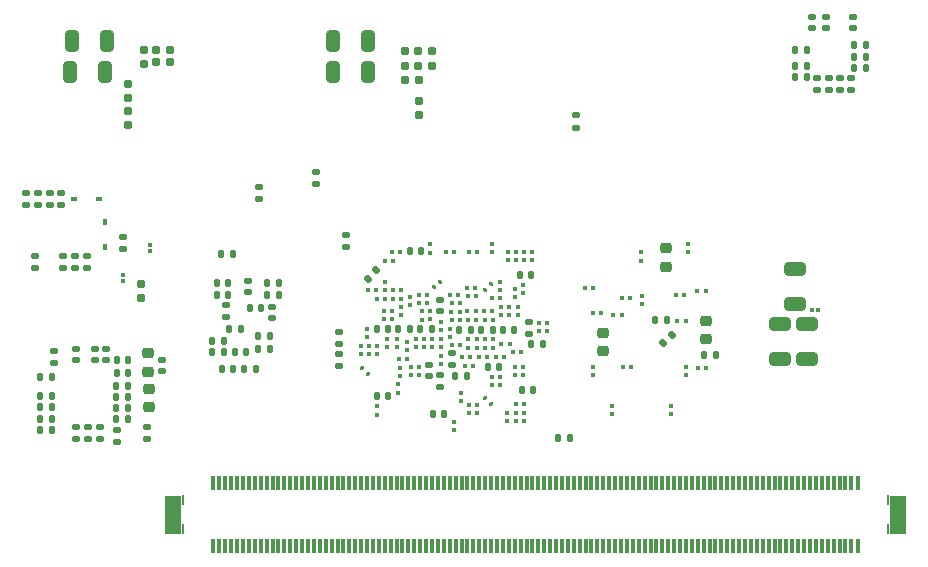
<source format=gbr>
%TF.GenerationSoftware,KiCad,Pcbnew,7.99.0-2419-g7f14b70ac3*%
%TF.CreationDate,2023-09-02T02:09:12+02:00*%
%TF.ProjectId,DQBSC,44514253-432e-46b6-9963-61645f706362,rev?*%
%TF.SameCoordinates,Original*%
%TF.FileFunction,Paste,Bot*%
%TF.FilePolarity,Positive*%
%FSLAX46Y46*%
G04 Gerber Fmt 4.6, Leading zero omitted, Abs format (unit mm)*
G04 Created by KiCad (PCBNEW 7.99.0-2419-g7f14b70ac3) date 2023-09-02 02:09:12*
%MOMM*%
%LPD*%
G01*
G04 APERTURE LIST*
G04 Aperture macros list*
%AMRoundRect*
0 Rectangle with rounded corners*
0 $1 Rounding radius*
0 $2 $3 $4 $5 $6 $7 $8 $9 X,Y pos of 4 corners*
0 Add a 4 corners polygon primitive as box body*
4,1,4,$2,$3,$4,$5,$6,$7,$8,$9,$2,$3,0*
0 Add four circle primitives for the rounded corners*
1,1,$1+$1,$2,$3*
1,1,$1+$1,$4,$5*
1,1,$1+$1,$6,$7*
1,1,$1+$1,$8,$9*
0 Add four rect primitives between the rounded corners*
20,1,$1+$1,$2,$3,$4,$5,0*
20,1,$1+$1,$4,$5,$6,$7,0*
20,1,$1+$1,$6,$7,$8,$9,0*
20,1,$1+$1,$8,$9,$2,$3,0*%
G04 Aperture macros list end*
%ADD10RoundRect,0.140000X-0.170000X0.140000X-0.170000X-0.140000X0.170000X-0.140000X0.170000X0.140000X0*%
%ADD11RoundRect,0.135000X-0.135000X-0.185000X0.135000X-0.185000X0.135000X0.185000X-0.135000X0.185000X0*%
%ADD12RoundRect,0.079500X0.079500X0.100500X-0.079500X0.100500X-0.079500X-0.100500X0.079500X-0.100500X0*%
%ADD13RoundRect,0.135000X-0.185000X0.135000X-0.185000X-0.135000X0.185000X-0.135000X0.185000X0.135000X0*%
%ADD14RoundRect,0.160000X-0.197500X-0.160000X0.197500X-0.160000X0.197500X0.160000X-0.197500X0.160000X0*%
%ADD15RoundRect,0.140000X0.140000X0.170000X-0.140000X0.170000X-0.140000X-0.170000X0.140000X-0.170000X0*%
%ADD16RoundRect,0.160000X0.197500X0.160000X-0.197500X0.160000X-0.197500X-0.160000X0.197500X-0.160000X0*%
%ADD17RoundRect,0.079500X0.100500X-0.079500X0.100500X0.079500X-0.100500X0.079500X-0.100500X-0.079500X0*%
%ADD18RoundRect,0.135000X0.135000X0.185000X-0.135000X0.185000X-0.135000X-0.185000X0.135000X-0.185000X0*%
%ADD19RoundRect,0.140000X-0.140000X-0.170000X0.140000X-0.170000X0.140000X0.170000X-0.140000X0.170000X0*%
%ADD20R,1.400000X3.300000*%
%ADD21R,0.250000X0.850000*%
%ADD22R,0.450000X1.200000*%
%ADD23R,0.300000X1.200000*%
%ADD24RoundRect,0.079500X-0.100500X0.079500X-0.100500X-0.079500X0.100500X-0.079500X0.100500X0.079500X0*%
%ADD25RoundRect,0.079500X-0.079500X-0.100500X0.079500X-0.100500X0.079500X0.100500X-0.079500X0.100500X0*%
%ADD26R,0.320000X0.360000*%
%ADD27RoundRect,0.135000X0.185000X-0.135000X0.185000X0.135000X-0.185000X0.135000X-0.185000X-0.135000X0*%
%ADD28RoundRect,0.140000X0.170000X-0.140000X0.170000X0.140000X-0.170000X0.140000X-0.170000X-0.140000X0*%
%ADD29RoundRect,0.225000X-0.250000X0.225000X-0.250000X-0.225000X0.250000X-0.225000X0.250000X0.225000X0*%
%ADD30RoundRect,0.250000X0.325000X0.650000X-0.325000X0.650000X-0.325000X-0.650000X0.325000X-0.650000X0*%
%ADD31RoundRect,0.160000X-0.160000X0.197500X-0.160000X-0.197500X0.160000X-0.197500X0.160000X0.197500X0*%
%ADD32RoundRect,0.218750X-0.256250X0.218750X-0.256250X-0.218750X0.256250X-0.218750X0.256250X0.218750X0*%
%ADD33RoundRect,0.160000X0.160000X-0.197500X0.160000X0.197500X-0.160000X0.197500X-0.160000X-0.197500X0*%
%ADD34RoundRect,0.250000X0.650000X-0.325000X0.650000X0.325000X-0.650000X0.325000X-0.650000X-0.325000X0*%
%ADD35RoundRect,0.079500X0.014849X-0.127279X0.127279X-0.014849X-0.014849X0.127279X-0.127279X0.014849X0*%
%ADD36R,0.600000X0.450000*%
%ADD37RoundRect,0.250000X-0.650000X0.325000X-0.650000X-0.325000X0.650000X-0.325000X0.650000X0.325000X0*%
%ADD38RoundRect,0.225000X0.250000X-0.225000X0.250000X0.225000X-0.250000X0.225000X-0.250000X-0.225000X0*%
%ADD39RoundRect,0.079500X-0.127279X-0.014849X-0.014849X-0.127279X0.127279X0.014849X0.014849X0.127279X0*%
%ADD40RoundRect,0.135000X0.035355X-0.226274X0.226274X-0.035355X-0.035355X0.226274X-0.226274X0.035355X0*%
%ADD41R,0.450000X0.600000*%
%ADD42R,0.360000X0.320000*%
%ADD43RoundRect,0.079500X0.127279X0.014849X0.014849X0.127279X-0.127279X-0.014849X-0.014849X-0.127279X0*%
G04 APERTURE END LIST*
D10*
%TO.C,C104*%
X93893000Y-113869200D03*
X93893000Y-114829200D03*
%TD*%
D11*
%TO.C,R17*%
X80159481Y-107961014D03*
X81179481Y-107961014D03*
%TD*%
D12*
%TO.C,C178*%
X97938495Y-112433020D03*
X97248495Y-112433020D03*
%TD*%
D13*
%TO.C,R9*%
X86320000Y-111080400D03*
X86320000Y-112100400D03*
%TD*%
D14*
%TO.C,R20*%
X70816000Y-88226000D03*
X72011000Y-88226000D03*
%TD*%
D15*
%TO.C,C261*%
X125873462Y-88557528D03*
X124913462Y-88557528D03*
%TD*%
D16*
%TO.C,R35*%
X93041000Y-89750000D03*
X91846000Y-89750000D03*
%TD*%
D17*
%TO.C,C347*%
X101258715Y-104968790D03*
X101258715Y-104278790D03*
%TD*%
D18*
%TO.C,R18*%
X79260000Y-114225000D03*
X78240000Y-114225000D03*
%TD*%
D19*
%TO.C,C185*%
X77445000Y-112825000D03*
X78405000Y-112825000D03*
%TD*%
D12*
%TO.C,C172*%
X99936205Y-115569920D03*
X99246205Y-115569920D03*
%TD*%
D10*
%TO.C,C266*%
X129643462Y-89627528D03*
X129643462Y-90587528D03*
%TD*%
D13*
%TO.C,R62*%
X84352481Y-97545014D03*
X84352481Y-98565014D03*
%TD*%
D17*
%TO.C,C131*%
X92068000Y-112644200D03*
X92068000Y-111954200D03*
%TD*%
%TO.C,C175*%
X99921405Y-107519585D03*
X99921405Y-106829585D03*
%TD*%
D20*
%TO.C,J1*%
X133615481Y-126545014D03*
D21*
X132790481Y-125320014D03*
X132790481Y-127770014D03*
D20*
X72215481Y-126545014D03*
D21*
X73040481Y-125320014D03*
X73040481Y-127770014D03*
D22*
X75590481Y-123845014D03*
D23*
X76165481Y-123845014D03*
X76665481Y-123845014D03*
X77165481Y-123845014D03*
X77665481Y-123845014D03*
X78165481Y-123845014D03*
X78665481Y-123845014D03*
X79165481Y-123845014D03*
X79665481Y-123845014D03*
X80165481Y-123845014D03*
X80665481Y-123845014D03*
X81165481Y-123845014D03*
X81665481Y-123845014D03*
X82165481Y-123845014D03*
X82665481Y-123845014D03*
X83165481Y-123845014D03*
X83665481Y-123845014D03*
X84165481Y-123845014D03*
X84665481Y-123845014D03*
X85165481Y-123845014D03*
X85665481Y-123845014D03*
X86165481Y-123845014D03*
X86665481Y-123845014D03*
X87165481Y-123845014D03*
X87665481Y-123845014D03*
X88165481Y-123845014D03*
X88665481Y-123845014D03*
X89165481Y-123845014D03*
X89665481Y-123845014D03*
X90165481Y-123845014D03*
X90665481Y-123845014D03*
X91165481Y-123845014D03*
X91665481Y-123845014D03*
X92165481Y-123845014D03*
X92665481Y-123845014D03*
X93165481Y-123845014D03*
X93665481Y-123845014D03*
X94165481Y-123845014D03*
X94665481Y-123845014D03*
X95165481Y-123845014D03*
X95665481Y-123845014D03*
X96165481Y-123845014D03*
X96665481Y-123845014D03*
X97165481Y-123845014D03*
X97665481Y-123845014D03*
X98165481Y-123845014D03*
X98665481Y-123845014D03*
X99165481Y-123845014D03*
X99665481Y-123845014D03*
X100165481Y-123845014D03*
X100665481Y-123845014D03*
X101165481Y-123845014D03*
X101665481Y-123845014D03*
X102165481Y-123845014D03*
X102665481Y-123845014D03*
X103165481Y-123845014D03*
X103665481Y-123845014D03*
X104165481Y-123845014D03*
X104665481Y-123845014D03*
X105165481Y-123845014D03*
X105665481Y-123845014D03*
X106165481Y-123845014D03*
X106665481Y-123845014D03*
X107165481Y-123845014D03*
X107665481Y-123845014D03*
X108165481Y-123845014D03*
X108665481Y-123845014D03*
X109165481Y-123845014D03*
X109665481Y-123845014D03*
X110165481Y-123845014D03*
X110665481Y-123845014D03*
X111165481Y-123845014D03*
X111665481Y-123845014D03*
X112165481Y-123845014D03*
X112665481Y-123845014D03*
X113165481Y-123845014D03*
X113665481Y-123845014D03*
X114165481Y-123845014D03*
X114665481Y-123845014D03*
X115165481Y-123845014D03*
X115665481Y-123845014D03*
X116165481Y-123845014D03*
X116665481Y-123845014D03*
X117165481Y-123845014D03*
X117665481Y-123845014D03*
X118165481Y-123845014D03*
X118665481Y-123845014D03*
X119165481Y-123845014D03*
X119665481Y-123845014D03*
X120165481Y-123845014D03*
X120665481Y-123845014D03*
X121165481Y-123845014D03*
X121665481Y-123845014D03*
X122165481Y-123845014D03*
X122665481Y-123845014D03*
X123165481Y-123845014D03*
X123665481Y-123845014D03*
X124165481Y-123845014D03*
X124665481Y-123845014D03*
X125165481Y-123845014D03*
X125665481Y-123845014D03*
X126165481Y-123845014D03*
X126665481Y-123845014D03*
X127165481Y-123845014D03*
X127665481Y-123845014D03*
X128165481Y-123845014D03*
X128665481Y-123845014D03*
X129165481Y-123845014D03*
X129665481Y-123845014D03*
D22*
X130240481Y-123845014D03*
X75590481Y-129245014D03*
D23*
X76165481Y-129245014D03*
X76665481Y-129245014D03*
X77165481Y-129245014D03*
X77665481Y-129245014D03*
X78165481Y-129245014D03*
X78665481Y-129245014D03*
X79165481Y-129245014D03*
X79665481Y-129245014D03*
X80165481Y-129245014D03*
X80665481Y-129245014D03*
X81165481Y-129245014D03*
X81665481Y-129245014D03*
X82165481Y-129245014D03*
X82665481Y-129245014D03*
X83165481Y-129245014D03*
X83665481Y-129245014D03*
X84165481Y-129245014D03*
X84665481Y-129245014D03*
X85165481Y-129245014D03*
X85665481Y-129245014D03*
X86165481Y-129245014D03*
X86665481Y-129245014D03*
X87165481Y-129245014D03*
X87665481Y-129245014D03*
X88165481Y-129245014D03*
X88665481Y-129245014D03*
X89165481Y-129245014D03*
X89665481Y-129245014D03*
X90165481Y-129245014D03*
X90665481Y-129245014D03*
X91165481Y-129245014D03*
X91665481Y-129245014D03*
X92165481Y-129245014D03*
X92665481Y-129245014D03*
X93165481Y-129245014D03*
X93665481Y-129245014D03*
X94165481Y-129245014D03*
X94665481Y-129245014D03*
X95165481Y-129245014D03*
X95665481Y-129245014D03*
X96165481Y-129245014D03*
X96665481Y-129245014D03*
X97165481Y-129245014D03*
X97665481Y-129245014D03*
X98165481Y-129245014D03*
X98665481Y-129245014D03*
X99165481Y-129245014D03*
X99665481Y-129245014D03*
X100165481Y-129245014D03*
X100665481Y-129245014D03*
X101165481Y-129245014D03*
X101665481Y-129245014D03*
X102165481Y-129245014D03*
X102665481Y-129245014D03*
X103165481Y-129245014D03*
X103665481Y-129245014D03*
X104165481Y-129245014D03*
X104665481Y-129245014D03*
X105165481Y-129245014D03*
X105665481Y-129245014D03*
X106165481Y-129245014D03*
X106665481Y-129245014D03*
X107165481Y-129245014D03*
X107665481Y-129245014D03*
X108165481Y-129245014D03*
X108665481Y-129245014D03*
X109165481Y-129245014D03*
X109665481Y-129245014D03*
X110165481Y-129245014D03*
X110665481Y-129245014D03*
X111165481Y-129245014D03*
X111665481Y-129245014D03*
X112165481Y-129245014D03*
X112665481Y-129245014D03*
X113165481Y-129245014D03*
X113665481Y-129245014D03*
X114165481Y-129245014D03*
X114665481Y-129245014D03*
X115165481Y-129245014D03*
X115665481Y-129245014D03*
X116165481Y-129245014D03*
X116665481Y-129245014D03*
X117165481Y-129245014D03*
X117665481Y-129245014D03*
X118165481Y-129245014D03*
X118665481Y-129245014D03*
X119165481Y-129245014D03*
X119665481Y-129245014D03*
X120165481Y-129245014D03*
X120665481Y-129245014D03*
X121165481Y-129245014D03*
X121665481Y-129245014D03*
X122165481Y-129245014D03*
X122665481Y-129245014D03*
X123165481Y-129245014D03*
X123665481Y-129245014D03*
X124165481Y-129245014D03*
X124665481Y-129245014D03*
X125165481Y-129245014D03*
X125665481Y-129245014D03*
X126165481Y-129245014D03*
X126665481Y-129245014D03*
X127165481Y-129245014D03*
X127665481Y-129245014D03*
X128165481Y-129245014D03*
X128665481Y-129245014D03*
X129165481Y-129245014D03*
X129665481Y-129245014D03*
D22*
X130240481Y-129245014D03*
%TD*%
D17*
%TO.C,C206*%
X101167910Y-108163475D03*
X101167910Y-107473475D03*
%TD*%
D13*
%TO.C,R3*%
X86920000Y-102845400D03*
X86920000Y-103865400D03*
%TD*%
D15*
%TO.C,C310*%
X68395481Y-115645014D03*
X67435481Y-115645014D03*
%TD*%
D24*
%TO.C,C169*%
X93068000Y-114079200D03*
X93068000Y-114769200D03*
%TD*%
D25*
%TO.C,C246*%
X95830921Y-110113683D03*
X96520921Y-110113683D03*
%TD*%
D12*
%TO.C,C366*%
X91560481Y-107545014D03*
X90870481Y-107545014D03*
%TD*%
D26*
%TO.C,C357*%
X68015481Y-106245014D03*
X68015481Y-106805014D03*
%TD*%
D12*
%TO.C,C173*%
X100720430Y-108982430D03*
X100030430Y-108982430D03*
%TD*%
D27*
%TO.C,R47*%
X66043462Y-120180028D03*
X66043462Y-119160028D03*
%TD*%
%TO.C,R76*%
X60565481Y-105653614D03*
X60565481Y-104633614D03*
%TD*%
D28*
%TO.C,C268*%
X129793462Y-85350028D03*
X129793462Y-84390028D03*
%TD*%
D25*
%TO.C,C352*%
X90150481Y-105045014D03*
X90840481Y-105045014D03*
%TD*%
%TO.C,C207*%
X101260425Y-117212665D03*
X101950425Y-117212665D03*
%TD*%
D19*
%TO.C,C339*%
X61010481Y-114920014D03*
X61970481Y-114920014D03*
%TD*%
D12*
%TO.C,C201*%
X101851365Y-114026235D03*
X101161365Y-114026235D03*
%TD*%
D29*
%TO.C,C302*%
X108637513Y-111151881D03*
X108637513Y-112701881D03*
%TD*%
D25*
%TO.C,C362*%
X89470481Y-108295014D03*
X90160481Y-108295014D03*
%TD*%
D17*
%TO.C,C348*%
X100557040Y-104968790D03*
X100557040Y-104278790D03*
%TD*%
%TO.C,C181*%
X94191800Y-112387632D03*
X94191800Y-111697632D03*
%TD*%
%TO.C,C296*%
X111883000Y-105049200D03*
X111883000Y-104359200D03*
%TD*%
%TO.C,C297*%
X114373000Y-118059200D03*
X114373000Y-117369200D03*
%TD*%
%TO.C,C249*%
X94903000Y-112390109D03*
X94903000Y-111700109D03*
%TD*%
D24*
%TO.C,C367*%
X96015481Y-118675014D03*
X96015481Y-119365014D03*
%TD*%
D17*
%TO.C,C338*%
X91190481Y-112370014D03*
X91190481Y-111680014D03*
%TD*%
D18*
%TO.C,R83*%
X78005000Y-110830400D03*
X76985000Y-110830400D03*
%TD*%
D12*
%TO.C,C91*%
X96514301Y-112193369D03*
X95824301Y-112193369D03*
%TD*%
D28*
%TO.C,C84*%
X94812400Y-109327600D03*
X94812400Y-108367600D03*
%TD*%
D30*
%TO.C,C11*%
X88720000Y-86455400D03*
X85770000Y-86455400D03*
%TD*%
D15*
%TO.C,C110*%
X102547705Y-106274790D03*
X101587705Y-106274790D03*
%TD*%
D30*
%TO.C,C76*%
X88720000Y-89055400D03*
X85770000Y-89055400D03*
%TD*%
D12*
%TO.C,C174*%
X99944460Y-114868245D03*
X99254460Y-114868245D03*
%TD*%
D24*
%TO.C,C365*%
X88115481Y-112275014D03*
X88115481Y-112965014D03*
%TD*%
D12*
%TO.C,C89*%
X90787030Y-109295290D03*
X90097030Y-109295290D03*
%TD*%
D25*
%TO.C,C114*%
X95675481Y-107970014D03*
X96365481Y-107970014D03*
%TD*%
D19*
%TO.C,C245*%
X78720000Y-109025000D03*
X79680000Y-109025000D03*
%TD*%
D17*
%TO.C,C203*%
X101952135Y-104977045D03*
X101952135Y-104287045D03*
%TD*%
D12*
%TO.C,C176*%
X99919695Y-108255990D03*
X99229695Y-108255990D03*
%TD*%
%TO.C,C170*%
X97888965Y-110047325D03*
X97198965Y-110047325D03*
%TD*%
D10*
%TO.C,C189*%
X76700000Y-108845000D03*
X76700000Y-109805000D03*
%TD*%
D12*
%TO.C,C132*%
X92063000Y-113374200D03*
X91373000Y-113374200D03*
%TD*%
D24*
%TO.C,C200*%
X101250460Y-117932560D03*
X101250460Y-118622560D03*
%TD*%
D12*
%TO.C,C346*%
X100720430Y-109684105D03*
X100030430Y-109684105D03*
%TD*%
D10*
%TO.C,C263*%
X126793462Y-89627528D03*
X126793462Y-90587528D03*
%TD*%
D28*
%TO.C,C97*%
X95894089Y-113851184D03*
X95894089Y-112891184D03*
%TD*%
D24*
%TO.C,C248*%
X92769400Y-111699400D03*
X92769400Y-112389400D03*
%TD*%
D15*
%TO.C,C262*%
X125873462Y-89507528D03*
X124913462Y-89507528D03*
%TD*%
D17*
%TO.C,C337*%
X90390481Y-112340014D03*
X90390481Y-111650014D03*
%TD*%
D31*
%TO.C,C354*%
X69525481Y-107012514D03*
X69525481Y-108207514D03*
%TD*%
D11*
%TO.C,R16*%
X79440000Y-112525000D03*
X80460000Y-112525000D03*
%TD*%
D24*
%TO.C,C94*%
X91535800Y-108979800D03*
X91535800Y-109669800D03*
%TD*%
D32*
%TO.C,FB4*%
X70095481Y-112887514D03*
X70095481Y-114462514D03*
%TD*%
D33*
%TO.C,R21*%
X68395000Y-93605400D03*
X68395000Y-92410400D03*
%TD*%
D19*
%TO.C,C188*%
X79450000Y-111425000D03*
X80410000Y-111425000D03*
%TD*%
D30*
%TO.C,C72*%
X66620000Y-86455400D03*
X63670000Y-86455400D03*
%TD*%
D28*
%TO.C,C258*%
X127493462Y-85350028D03*
X127493462Y-84390028D03*
%TD*%
D26*
%TO.C,C358*%
X70290481Y-103690014D03*
X70290481Y-104250014D03*
%TD*%
D15*
%TO.C,C332*%
X68445481Y-113445014D03*
X67485481Y-113445014D03*
%TD*%
D34*
%TO.C,C55*%
X125893462Y-113345028D03*
X125893462Y-110395028D03*
%TD*%
D25*
%TO.C,C215*%
X97109000Y-107369000D03*
X97799000Y-107369000D03*
%TD*%
D24*
%TO.C,C124*%
X91265481Y-115525014D03*
X91265481Y-116215014D03*
%TD*%
D10*
%TO.C,C329*%
X70065481Y-119160014D03*
X70065481Y-120120014D03*
%TD*%
D19*
%TO.C,C269*%
X129913462Y-88707528D03*
X130873462Y-88707528D03*
%TD*%
D14*
%TO.C,R33*%
X92951500Y-88569500D03*
X94146500Y-88569500D03*
%TD*%
D17*
%TO.C,C298*%
X109383000Y-118049200D03*
X109383000Y-117359200D03*
%TD*%
D19*
%TO.C,C334*%
X61010481Y-118445014D03*
X61970481Y-118445014D03*
%TD*%
D15*
%TO.C,C86*%
X92273683Y-110847139D03*
X91313683Y-110847139D03*
%TD*%
D24*
%TO.C,C364*%
X89515481Y-112250014D03*
X89515481Y-112940014D03*
%TD*%
D14*
%TO.C,C59*%
X70816000Y-87226000D03*
X72011000Y-87226000D03*
%TD*%
D25*
%TO.C,C305*%
X110348000Y-114094200D03*
X111038000Y-114094200D03*
%TD*%
D19*
%TO.C,C139*%
X92260481Y-104245014D03*
X93220481Y-104245014D03*
%TD*%
D15*
%TO.C,C326*%
X68445481Y-114545014D03*
X67485481Y-114545014D03*
%TD*%
D35*
%TO.C,C134*%
X94321529Y-107313966D03*
X94809433Y-106826062D03*
%TD*%
D24*
%TO.C,C257*%
X95684181Y-110815157D03*
X95684181Y-111505157D03*
%TD*%
D17*
%TO.C,C100*%
X94953800Y-113811800D03*
X94953800Y-113121800D03*
%TD*%
D12*
%TO.C,C179*%
X99317080Y-111698325D03*
X98627080Y-111698325D03*
%TD*%
D28*
%TO.C,C343*%
X64015481Y-120130028D03*
X64015481Y-119170028D03*
%TD*%
D10*
%TO.C,C331*%
X65590481Y-112515014D03*
X65590481Y-113475014D03*
%TD*%
D25*
%TO.C,C320*%
X98610570Y-110063835D03*
X99300570Y-110063835D03*
%TD*%
D19*
%TO.C,C105*%
X98326980Y-110881080D03*
X99286980Y-110881080D03*
%TD*%
D17*
%TO.C,C209*%
X102662065Y-104977045D03*
X102662065Y-104287045D03*
%TD*%
D13*
%TO.C,R8*%
X67964600Y-103023600D03*
X67964600Y-104043600D03*
%TD*%
D15*
%TO.C,C183*%
X76530000Y-111875000D03*
X75570000Y-111875000D03*
%TD*%
D28*
%TO.C,C271*%
X126368462Y-85380028D03*
X126368462Y-84420028D03*
%TD*%
D17*
%TO.C,C133*%
X89515481Y-118090014D03*
X89515481Y-117400014D03*
%TD*%
D12*
%TO.C,C247*%
X97410175Y-113208990D03*
X96720175Y-113208990D03*
%TD*%
D28*
%TO.C,C324*%
X67465481Y-120375014D03*
X67465481Y-119415014D03*
%TD*%
D12*
%TO.C,C115*%
X97985481Y-104320014D03*
X97295481Y-104320014D03*
%TD*%
D10*
%TO.C,C333*%
X62165481Y-112715014D03*
X62165481Y-113675014D03*
%TD*%
D12*
%TO.C,C211*%
X101859620Y-114744420D03*
X101169620Y-114744420D03*
%TD*%
D25*
%TO.C,C369*%
X88720481Y-107570014D03*
X89410481Y-107570014D03*
%TD*%
D18*
%TO.C,R59*%
X103528281Y-112136614D03*
X102508281Y-112136614D03*
%TD*%
D13*
%TO.C,R7*%
X106344000Y-92762000D03*
X106344000Y-93782000D03*
%TD*%
D10*
%TO.C,C7*%
X94826800Y-114764800D03*
X94826800Y-115724800D03*
%TD*%
D17*
%TO.C,C306*%
X115673000Y-114719200D03*
X115673000Y-114029200D03*
%TD*%
D36*
%TO.C,D1*%
X63829281Y-99803614D03*
X65929281Y-99803614D03*
%TD*%
D19*
%TO.C,C111*%
X100151335Y-110917414D03*
X101111335Y-110917414D03*
%TD*%
D27*
%TO.C,R10*%
X86320000Y-113950400D03*
X86320000Y-112930400D03*
%TD*%
D37*
%TO.C,C56*%
X124878462Y-105795028D03*
X124878462Y-108745028D03*
%TD*%
D25*
%TO.C,C315*%
X103240481Y-110995014D03*
X103930481Y-110995014D03*
%TD*%
D24*
%TO.C,C351*%
X88690481Y-110850014D03*
X88690481Y-111540014D03*
%TD*%
D17*
%TO.C,C95*%
X93999600Y-110025400D03*
X93999600Y-109335400D03*
%TD*%
D15*
%TO.C,C325*%
X68395481Y-117545014D03*
X67435481Y-117545014D03*
%TD*%
D13*
%TO.C,R74*%
X61779281Y-99313614D03*
X61779281Y-100333614D03*
%TD*%
D25*
%TO.C,C190*%
X98635335Y-112424765D03*
X99325335Y-112424765D03*
%TD*%
D19*
%TO.C,C186*%
X76370000Y-114225000D03*
X77330000Y-114225000D03*
%TD*%
D11*
%TO.C,R63*%
X113032863Y-110064729D03*
X114052863Y-110064729D03*
%TD*%
D12*
%TO.C,C250*%
X96509573Y-108666740D03*
X95819573Y-108666740D03*
%TD*%
D24*
%TO.C,C93*%
X93741052Y-107975546D03*
X93741052Y-108665546D03*
%TD*%
D11*
%TO.C,R15*%
X76307230Y-104502528D03*
X77327230Y-104502528D03*
%TD*%
D15*
%TO.C,C311*%
X68395481Y-116595014D03*
X67435481Y-116595014D03*
%TD*%
D19*
%TO.C,C85*%
X93167867Y-110864632D03*
X94127867Y-110864632D03*
%TD*%
D24*
%TO.C,C208*%
X101423853Y-108993744D03*
X101423853Y-109683744D03*
%TD*%
D25*
%TO.C,C323*%
X101012775Y-112821005D03*
X101702775Y-112821005D03*
%TD*%
D27*
%TO.C,R79*%
X64921481Y-105643614D03*
X64921481Y-104623614D03*
%TD*%
D12*
%TO.C,C218*%
X117398000Y-114154200D03*
X116708000Y-114154200D03*
%TD*%
D34*
%TO.C,C48*%
X123593462Y-113345028D03*
X123593462Y-110395028D03*
%TD*%
D25*
%TO.C,C304*%
X109518000Y-109614200D03*
X110208000Y-109614200D03*
%TD*%
D33*
%TO.C,C60*%
X69813500Y-88423500D03*
X69813500Y-87228500D03*
%TD*%
D18*
%TO.C,R60*%
X118209481Y-113051014D03*
X117189481Y-113051014D03*
%TD*%
D17*
%TO.C,C359*%
X90165481Y-107565014D03*
X90165481Y-106875014D03*
%TD*%
D27*
%TO.C,R78*%
X63905481Y-105643614D03*
X63905481Y-104623614D03*
%TD*%
D10*
%TO.C,C265*%
X128693462Y-89627528D03*
X128693462Y-90587528D03*
%TD*%
D38*
%TO.C,C301*%
X113989400Y-105553200D03*
X113989400Y-104003200D03*
%TD*%
D19*
%TO.C,C243*%
X75945000Y-107925000D03*
X76905000Y-107925000D03*
%TD*%
D12*
%TO.C,C217*%
X117328000Y-107624200D03*
X116638000Y-107624200D03*
%TD*%
%TO.C,C90*%
X90783583Y-110002538D03*
X90093583Y-110002538D03*
%TD*%
D19*
%TO.C,C109*%
X101744550Y-116023945D03*
X102704550Y-116023945D03*
%TD*%
D17*
%TO.C,C254*%
X94951837Y-110952400D03*
X94951837Y-110262400D03*
%TD*%
D13*
%TO.C,R75*%
X62779281Y-99313614D03*
X62779281Y-100333614D03*
%TD*%
D29*
%TO.C,C292*%
X117371902Y-110152112D03*
X117371902Y-111702112D03*
%TD*%
D39*
%TO.C,C123*%
X98671529Y-116701062D03*
X99159433Y-117188966D03*
%TD*%
D24*
%TO.C,C350*%
X88815481Y-112250014D03*
X88815481Y-112940014D03*
%TD*%
%TO.C,C252*%
X93480600Y-111700742D03*
X93480600Y-112390742D03*
%TD*%
D27*
%TO.C,R77*%
X62929281Y-105643614D03*
X62929281Y-104623614D03*
%TD*%
D25*
%TO.C,C363*%
X90870481Y-108270014D03*
X91560481Y-108270014D03*
%TD*%
D15*
%TO.C,C260*%
X125873462Y-87207528D03*
X124913462Y-87207528D03*
%TD*%
D24*
%TO.C,C336*%
X101869585Y-107093745D03*
X101869585Y-107783745D03*
%TD*%
D40*
%TO.C,R41*%
X88720000Y-106580400D03*
X89441248Y-105859152D03*
%TD*%
D25*
%TO.C,C210*%
X100046940Y-112127585D03*
X100736940Y-112127585D03*
%TD*%
D19*
%TO.C,C340*%
X61010481Y-117435014D03*
X61970481Y-117435014D03*
%TD*%
D24*
%TO.C,C293*%
X107813000Y-114049200D03*
X107813000Y-114739200D03*
%TD*%
D19*
%TO.C,C102*%
X96124800Y-114787600D03*
X97084800Y-114787600D03*
%TD*%
D24*
%TO.C,C202*%
X100548785Y-117932560D03*
X100548785Y-118622560D03*
%TD*%
D17*
%TO.C,C307*%
X111933000Y-108729200D03*
X111933000Y-108039200D03*
%TD*%
D24*
%TO.C,C121*%
X96590481Y-116250014D03*
X96590481Y-116940014D03*
%TD*%
D19*
%TO.C,C259*%
X129913462Y-86807528D03*
X130873462Y-86807528D03*
%TD*%
D33*
%TO.C,R22*%
X68395000Y-91277900D03*
X68395000Y-90082900D03*
%TD*%
D24*
%TO.C,C128*%
X92368000Y-114079200D03*
X92368000Y-114769200D03*
%TD*%
D25*
%TO.C,C251*%
X95803870Y-109378670D03*
X96493870Y-109378670D03*
%TD*%
%TO.C,C300*%
X114938000Y-110124200D03*
X115628000Y-110124200D03*
%TD*%
D12*
%TO.C,C345*%
X100299425Y-113225500D03*
X99609425Y-113225500D03*
%TD*%
D28*
%TO.C,C112*%
X102408681Y-111245014D03*
X102408681Y-110285014D03*
%TD*%
D19*
%TO.C,C122*%
X94210481Y-118020014D03*
X95170481Y-118020014D03*
%TD*%
D13*
%TO.C,R80*%
X60779281Y-99313614D03*
X60779281Y-100333614D03*
%TD*%
D19*
%TO.C,C335*%
X61010481Y-119370014D03*
X61970481Y-119370014D03*
%TD*%
D41*
%TO.C,D2*%
X66445481Y-101814214D03*
X66445481Y-103914214D03*
%TD*%
D25*
%TO.C,C303*%
X107808000Y-109514200D03*
X108498000Y-109514200D03*
%TD*%
D27*
%TO.C,R61*%
X79526481Y-99835014D03*
X79526481Y-98815014D03*
%TD*%
D25*
%TO.C,C167*%
X110208000Y-108194200D03*
X110898000Y-108194200D03*
%TD*%
%TO.C,C177*%
X97248495Y-111706580D03*
X97938495Y-111706580D03*
%TD*%
%TO.C,C214*%
X95370481Y-104320014D03*
X96060481Y-104320014D03*
%TD*%
%TO.C,C294*%
X107118000Y-107384200D03*
X107808000Y-107384200D03*
%TD*%
D10*
%TO.C,C344*%
X66565481Y-112515014D03*
X66565481Y-113475014D03*
%TD*%
D25*
%TO.C,C204*%
X103221481Y-110295014D03*
X103911481Y-110295014D03*
%TD*%
D24*
%TO.C,C116*%
X99270000Y-103665400D03*
X99270000Y-104355400D03*
%TD*%
D10*
%TO.C,C264*%
X127743462Y-89627528D03*
X127743462Y-90587528D03*
%TD*%
D15*
%TO.C,C83*%
X90426706Y-110837857D03*
X89466706Y-110837857D03*
%TD*%
D18*
%TO.C,R19*%
X81179481Y-106945014D03*
X80159481Y-106945014D03*
%TD*%
D17*
%TO.C,C130*%
X91468000Y-114794200D03*
X91468000Y-114104200D03*
%TD*%
D27*
%TO.C,R48*%
X65043462Y-120180028D03*
X65043462Y-119160028D03*
%TD*%
D33*
%TO.C,C64*%
X91898000Y-88532000D03*
X91898000Y-87337000D03*
%TD*%
D25*
%TO.C,C101*%
X96934805Y-113968450D03*
X97624805Y-113968450D03*
%TD*%
D24*
%TO.C,C360*%
X98015481Y-117300014D03*
X98015481Y-117990014D03*
%TD*%
D15*
%TO.C,C106*%
X97446115Y-110914100D03*
X96486115Y-110914100D03*
%TD*%
D12*
%TO.C,C199*%
X99284060Y-109329140D03*
X98594060Y-109329140D03*
%TD*%
%TO.C,C361*%
X91435481Y-104295014D03*
X90745481Y-104295014D03*
%TD*%
D19*
%TO.C,C341*%
X61010481Y-116515014D03*
X61970481Y-116515014D03*
%TD*%
D28*
%TO.C,C330*%
X71315481Y-114425014D03*
X71315481Y-113465014D03*
%TD*%
D16*
%TO.C,C63*%
X94146500Y-87299500D03*
X92951500Y-87299500D03*
%TD*%
D33*
%TO.C,R34*%
X93041000Y-92723000D03*
X93041000Y-91528000D03*
%TD*%
D25*
%TO.C,C118*%
X97210600Y-108054800D03*
X97900600Y-108054800D03*
%TD*%
D19*
%TO.C,C267*%
X129913462Y-87807528D03*
X130873462Y-87807528D03*
%TD*%
D25*
%TO.C,C171*%
X97165945Y-109329140D03*
X97855945Y-109329140D03*
%TD*%
D15*
%TO.C,C108*%
X99856575Y-114042745D03*
X98896575Y-114042745D03*
%TD*%
D25*
%TO.C,C166*%
X114808000Y-107934200D03*
X115498000Y-107934200D03*
%TD*%
D17*
%TO.C,C213*%
X94015481Y-104365014D03*
X94015481Y-103675014D03*
%TD*%
D42*
%TO.C,C50*%
X126873462Y-109270028D03*
X126313462Y-109270028D03*
%TD*%
D24*
%TO.C,C87*%
X93288400Y-109353119D03*
X93288400Y-110043119D03*
%TD*%
D43*
%TO.C,C212*%
X88759433Y-114663966D03*
X88271529Y-114176062D03*
%TD*%
D15*
%TO.C,C274*%
X68395481Y-118495014D03*
X67435481Y-118495014D03*
%TD*%
D32*
%TO.C,FB2*%
X70243462Y-115882528D03*
X70243462Y-117457528D03*
%TD*%
D19*
%TO.C,C244*%
X75920000Y-106975000D03*
X76880000Y-106975000D03*
%TD*%
D12*
%TO.C,C319*%
X98826891Y-113213067D03*
X98136891Y-113213067D03*
%TD*%
D13*
%TO.C,R73*%
X59779281Y-99313614D03*
X59779281Y-100333614D03*
%TD*%
D28*
%TO.C,C182*%
X78600000Y-107705000D03*
X78600000Y-106745000D03*
%TD*%
D11*
%TO.C,R4*%
X104850000Y-120103000D03*
X105870000Y-120103000D03*
%TD*%
D35*
%TO.C,C117*%
X98657848Y-107536752D03*
X99145752Y-107048848D03*
%TD*%
D15*
%TO.C,C120*%
X90425481Y-116545014D03*
X89465481Y-116545014D03*
%TD*%
D17*
%TO.C,C205*%
X101968645Y-118622560D03*
X101968645Y-117932560D03*
%TD*%
D10*
%TO.C,C342*%
X64015481Y-112540014D03*
X64015481Y-113500014D03*
%TD*%
D24*
%TO.C,C96*%
X92323200Y-108090800D03*
X92323200Y-108780800D03*
%TD*%
D17*
%TO.C,C349*%
X97290481Y-117990014D03*
X97290481Y-117300014D03*
%TD*%
D30*
%TO.C,C79*%
X66445000Y-89055400D03*
X63495000Y-89055400D03*
%TD*%
D24*
%TO.C,C92*%
X93085200Y-107963800D03*
X93085200Y-108653800D03*
%TD*%
D15*
%TO.C,C184*%
X76530000Y-112825000D03*
X75570000Y-112825000D03*
%TD*%
D40*
%TO.C,R64*%
X113746386Y-112039795D03*
X114467634Y-111318547D03*
%TD*%
D24*
%TO.C,C299*%
X115803000Y-103659200D03*
X115803000Y-104349200D03*
%TD*%
D28*
%TO.C,C187*%
X80650000Y-109905000D03*
X80650000Y-108945000D03*
%TD*%
M02*

</source>
